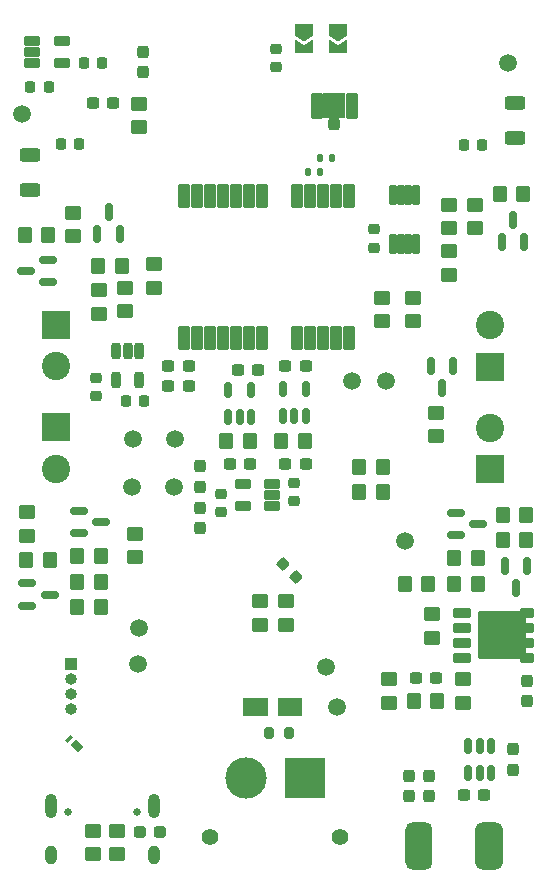
<source format=gbr>
%TF.GenerationSoftware,KiCad,Pcbnew,8.0.4*%
%TF.CreationDate,2024-07-23T16:26:40+02:00*%
%TF.ProjectId,Vertigo Pro PR1,56657274-6967-46f2-9050-726f20505231,DPR1*%
%TF.SameCoordinates,Original*%
%TF.FileFunction,Soldermask,Bot*%
%TF.FilePolarity,Negative*%
%FSLAX46Y46*%
G04 Gerber Fmt 4.6, Leading zero omitted, Abs format (unit mm)*
G04 Created by KiCad (PCBNEW 8.0.4) date 2024-07-23 16:26:40*
%MOMM*%
%LPD*%
G01*
G04 APERTURE LIST*
G04 Aperture macros list*
%AMRoundRect*
0 Rectangle with rounded corners*
0 $1 Rounding radius*
0 $2 $3 $4 $5 $6 $7 $8 $9 X,Y pos of 4 corners*
0 Add a 4 corners polygon primitive as box body*
4,1,4,$2,$3,$4,$5,$6,$7,$8,$9,$2,$3,0*
0 Add four circle primitives for the rounded corners*
1,1,$1+$1,$2,$3*
1,1,$1+$1,$4,$5*
1,1,$1+$1,$6,$7*
1,1,$1+$1,$8,$9*
0 Add four rect primitives between the rounded corners*
20,1,$1+$1,$2,$3,$4,$5,0*
20,1,$1+$1,$4,$5,$6,$7,0*
20,1,$1+$1,$6,$7,$8,$9,0*
20,1,$1+$1,$8,$9,$2,$3,0*%
%AMFreePoly0*
4,1,6,1.000000,0.000000,0.500000,-0.750000,-0.500000,-0.750000,-0.500000,0.750000,0.500000,0.750000,1.000000,0.000000,1.000000,0.000000,$1*%
%AMFreePoly1*
4,1,6,0.500000,-0.750000,-0.650000,-0.750000,-0.150000,0.000000,-0.650000,0.750000,0.500000,0.750000,0.500000,-0.750000,0.500000,-0.750000,$1*%
G04 Aperture macros list end*
%ADD10C,0.000000*%
%ADD11C,1.400000*%
%ADD12C,3.500000*%
%ADD13R,3.500000X3.500000*%
%ADD14R,2.400000X2.400000*%
%ADD15C,2.400000*%
%ADD16C,0.650000*%
%ADD17O,1.000000X2.100000*%
%ADD18O,1.000000X1.600000*%
%ADD19RoundRect,0.237500X-0.300000X-0.237500X0.300000X-0.237500X0.300000X0.237500X-0.300000X0.237500X0*%
%ADD20RoundRect,0.150000X0.150000X-0.512500X0.150000X0.512500X-0.150000X0.512500X-0.150000X-0.512500X0*%
%ADD21RoundRect,0.150000X-0.150000X0.587500X-0.150000X-0.587500X0.150000X-0.587500X0.150000X0.587500X0*%
%ADD22FreePoly0,270.000000*%
%ADD23FreePoly1,270.000000*%
%ADD24RoundRect,0.102000X-1.955000X-1.905000X1.955000X-1.905000X1.955000X1.905000X-1.955000X1.905000X0*%
%ADD25RoundRect,0.102000X-0.635000X-0.305000X0.635000X-0.305000X0.635000X0.305000X-0.635000X0.305000X0*%
%ADD26RoundRect,0.102000X-0.510000X-0.305000X0.510000X-0.305000X0.510000X0.305000X-0.510000X0.305000X0*%
%ADD27RoundRect,0.225000X0.225000X0.250000X-0.225000X0.250000X-0.225000X-0.250000X0.225000X-0.250000X0*%
%ADD28RoundRect,0.250000X0.350000X0.450000X-0.350000X0.450000X-0.350000X-0.450000X0.350000X-0.450000X0*%
%ADD29RoundRect,0.250000X-0.450000X0.350000X-0.450000X-0.350000X0.450000X-0.350000X0.450000X0.350000X0*%
%ADD30RoundRect,0.598250X-0.598250X-1.401750X0.598250X-1.401750X0.598250X1.401750X-0.598250X1.401750X0*%
%ADD31RoundRect,0.571500X-0.571500X-1.428500X0.571500X-1.428500X0.571500X1.428500X-0.571500X1.428500X0*%
%ADD32C,1.500000*%
%ADD33RoundRect,0.198500X0.508500X0.198500X-0.508500X0.198500X-0.508500X-0.198500X0.508500X-0.198500X0*%
%ADD34R,1.500000X1.500000*%
%ADD35FreePoly0,180.000000*%
%ADD36FreePoly0,0.000000*%
%ADD37RoundRect,0.250000X0.450000X-0.350000X0.450000X0.350000X-0.450000X0.350000X-0.450000X-0.350000X0*%
%ADD38RoundRect,0.102000X0.400000X-0.900000X0.400000X0.900000X-0.400000X0.900000X-0.400000X-0.900000X0*%
%ADD39RoundRect,0.250000X-0.350000X-0.450000X0.350000X-0.450000X0.350000X0.450000X-0.350000X0.450000X0*%
%ADD40RoundRect,0.237500X0.287500X0.237500X-0.287500X0.237500X-0.287500X-0.237500X0.287500X-0.237500X0*%
%ADD41RoundRect,0.237500X0.237500X-0.300000X0.237500X0.300000X-0.237500X0.300000X-0.237500X-0.300000X0*%
%ADD42RoundRect,0.150000X-0.587500X-0.150000X0.587500X-0.150000X0.587500X0.150000X-0.587500X0.150000X0*%
%ADD43RoundRect,0.225000X-0.250000X0.225000X-0.250000X-0.225000X0.250000X-0.225000X0.250000X0.225000X0*%
%ADD44RoundRect,0.237500X-0.237500X0.300000X-0.237500X-0.300000X0.237500X-0.300000X0.237500X0.300000X0*%
%ADD45RoundRect,0.225000X-0.225000X-0.250000X0.225000X-0.250000X0.225000X0.250000X-0.225000X0.250000X0*%
%ADD46RoundRect,0.250000X0.625000X-0.312500X0.625000X0.312500X-0.625000X0.312500X-0.625000X-0.312500X0*%
%ADD47RoundRect,0.075000X0.470226X-0.081317X-0.081317X0.470226X-0.470226X0.081317X0.081317X-0.470226X0*%
%ADD48RoundRect,0.075000X0.247487X0.141421X0.141421X0.247487X-0.247487X-0.141421X-0.141421X-0.247487X0*%
%ADD49RoundRect,0.237500X0.300000X0.237500X-0.300000X0.237500X-0.300000X-0.237500X0.300000X-0.237500X0*%
%ADD50RoundRect,0.173500X-0.173500X0.678500X-0.173500X-0.678500X0.173500X-0.678500X0.173500X0.678500X0*%
%ADD51RoundRect,0.173500X0.173500X-0.678500X0.173500X0.678500X-0.173500X0.678500X-0.173500X-0.678500X0*%
%ADD52RoundRect,0.147500X-0.147500X-0.172500X0.147500X-0.172500X0.147500X0.172500X-0.147500X0.172500X0*%
%ADD53RoundRect,0.150000X0.587500X0.150000X-0.587500X0.150000X-0.587500X-0.150000X0.587500X-0.150000X0*%
%ADD54RoundRect,0.225000X0.250000X-0.225000X0.250000X0.225000X-0.250000X0.225000X-0.250000X-0.225000X0*%
%ADD55RoundRect,0.150000X-0.150000X0.512500X-0.150000X-0.512500X0.150000X-0.512500X0.150000X0.512500X0*%
%ADD56RoundRect,0.250000X0.250000X-0.275000X0.250000X0.275000X-0.250000X0.275000X-0.250000X-0.275000X0*%
%ADD57RoundRect,0.250000X0.275000X-0.850000X0.275000X0.850000X-0.275000X0.850000X-0.275000X-0.850000X0*%
%ADD58RoundRect,0.200000X-0.200000X-0.275000X0.200000X-0.275000X0.200000X0.275000X-0.200000X0.275000X0*%
%ADD59RoundRect,0.150000X0.150000X-0.587500X0.150000X0.587500X-0.150000X0.587500X-0.150000X-0.587500X0*%
%ADD60R,1.000000X1.000000*%
%ADD61O,1.000000X1.000000*%
%ADD62RoundRect,0.135000X-0.135000X-0.185000X0.135000X-0.185000X0.135000X0.185000X-0.135000X0.185000X0*%
%ADD63RoundRect,0.225000X0.335876X0.017678X0.017678X0.335876X-0.335876X-0.017678X-0.017678X-0.335876X0*%
%ADD64RoundRect,0.198500X-0.198500X0.508500X-0.198500X-0.508500X0.198500X-0.508500X0.198500X0.508500X0*%
%ADD65RoundRect,0.198500X-0.508500X-0.198500X0.508500X-0.198500X0.508500X0.198500X-0.508500X0.198500X0*%
G04 APERTURE END LIST*
D10*
%TO.C,AE1*%
G36*
X154739999Y-84895000D02*
G01*
X152860001Y-84895000D01*
X152860000Y-82805000D01*
X154740000Y-82805000D01*
X154739999Y-84895000D01*
G37*
%TD*%
D11*
%TO.C,BT3*%
X154300000Y-145750000D03*
X143300000Y-145750000D03*
D12*
X146300000Y-140750000D03*
D13*
X151300000Y-140750000D03*
%TD*%
D14*
%TO.C,J6*%
X167000000Y-105950000D03*
D15*
X167000000Y-102450000D03*
%TD*%
D14*
%TO.C,J7*%
X167000000Y-114650000D03*
D15*
X167000000Y-111150000D03*
%TD*%
D14*
%TO.C,J5*%
X130250000Y-102400000D03*
D15*
X130250000Y-105900000D03*
%TD*%
D16*
%TO.C,J2*%
X131284999Y-143675000D03*
X137064999Y-143675000D03*
D17*
X129854999Y-143145000D03*
D18*
X129854999Y-147325000D03*
D17*
X138494999Y-143145000D03*
D18*
X138494999Y-147325000D03*
%TD*%
D14*
%TO.C,J4*%
X130250000Y-111100000D03*
D15*
X130250000Y-114600000D03*
%TD*%
D19*
%TO.C,C51*%
X149637498Y-114187500D03*
X151362500Y-114187500D03*
%TD*%
D20*
%TO.C,U13*%
X151375000Y-110150000D03*
X150425001Y-110150000D03*
X149475002Y-110150000D03*
X149475002Y-107875000D03*
X151375000Y-107875000D03*
%TD*%
D21*
%TO.C,Q6*%
X161950000Y-105924999D03*
X163850000Y-105924999D03*
X162900000Y-107800000D03*
%TD*%
D22*
%TO.C,JP1*%
X151200000Y-77475000D03*
D23*
X151200000Y-78924998D03*
%TD*%
D24*
%TO.C,Q5*%
X168000000Y-128700000D03*
D25*
X164639999Y-130605000D03*
X164639999Y-129335000D03*
X164639999Y-128065000D03*
X164639999Y-126795000D03*
D26*
X170104999Y-126795000D03*
X170104999Y-128065000D03*
X170104999Y-129335000D03*
X170104999Y-130605000D03*
%TD*%
D27*
%TO.C,C50*%
X132225000Y-87100000D03*
X130675000Y-87100000D03*
%TD*%
%TO.C,C48*%
X134125000Y-80250000D03*
X132575000Y-80250000D03*
%TD*%
D28*
%TO.C,R31*%
X157900000Y-114450000D03*
X155900000Y-114450000D03*
%TD*%
D29*
%TO.C,R28*%
X163500000Y-92250000D03*
X163500000Y-94250000D03*
%TD*%
D28*
%TO.C,R39*%
X170050000Y-118500000D03*
X168050000Y-118500000D03*
%TD*%
D30*
%TO.C,L1*%
X166896500Y-146550000D03*
D31*
X160950000Y-146550000D03*
%TD*%
D32*
%TO.C,NSS*%
X140250000Y-116100000D03*
%TD*%
%TO.C,GND*%
X168500000Y-80200000D03*
%TD*%
D33*
%TO.C,U10*%
X148555000Y-115850000D03*
X148555000Y-116800000D03*
X148555000Y-117750000D03*
X146045000Y-117750000D03*
X146045000Y-115850000D03*
%TD*%
D29*
%TO.C,R29*%
X149700000Y-125800000D03*
X149700000Y-127800000D03*
%TD*%
D34*
%TO.C,SW1*%
X149800000Y-134800000D03*
X147400000Y-134800000D03*
D35*
X150600001Y-134800000D03*
D36*
X146599999Y-134800000D03*
%TD*%
D37*
%TO.C,R5*%
X133400000Y-147225000D03*
X133400000Y-145225000D03*
%TD*%
D38*
%TO.C,U8*%
X141055000Y-91540000D03*
X142155000Y-91540000D03*
X143255000Y-91540000D03*
X144355000Y-91540000D03*
X145455000Y-91540000D03*
X146555000Y-91540000D03*
X147655000Y-91540000D03*
X150655000Y-91540000D03*
X151755000Y-91540000D03*
X152855000Y-91540000D03*
X153955000Y-91540000D03*
X155055000Y-91540000D03*
X155055000Y-103540000D03*
X153955000Y-103540000D03*
X152855000Y-103540000D03*
X151755000Y-103540000D03*
X150655000Y-103540000D03*
X147655000Y-103540000D03*
X146555000Y-103540000D03*
X145455000Y-103540000D03*
X144355000Y-103540000D03*
X143255000Y-103540000D03*
X142155000Y-103540000D03*
X141055000Y-103540000D03*
%TD*%
D28*
%TO.C,R37*%
X165950000Y-124350000D03*
X163950000Y-124350000D03*
%TD*%
D39*
%TO.C,R14*%
X144624999Y-112237500D03*
X146624999Y-112237500D03*
%TD*%
D40*
%TO.C,D3*%
X139074999Y-145350000D03*
X137325001Y-145350000D03*
%TD*%
D19*
%TO.C,C13*%
X164740999Y-142200001D03*
X166466001Y-142200001D03*
%TD*%
D37*
%TO.C,R24*%
X127800000Y-120250000D03*
X127800000Y-118250000D03*
%TD*%
D28*
%TO.C,R19*%
X135800000Y-97400000D03*
X133800000Y-97400000D03*
%TD*%
D41*
%TO.C,C46*%
X142450000Y-119625002D03*
X142450000Y-117900000D03*
%TD*%
D27*
%TO.C,C11*%
X137692500Y-108850000D03*
X136142500Y-108850000D03*
%TD*%
D32*
%TO.C,UART2_RX*%
X137250000Y-128050000D03*
%TD*%
D42*
%TO.C,Q9*%
X164075000Y-120200000D03*
X164075000Y-118300000D03*
X165950001Y-119250000D03*
%TD*%
D29*
%TO.C,R38*%
X163500000Y-96200000D03*
X163500000Y-98200000D03*
%TD*%
D32*
%TO.C,SDA*%
X155300000Y-107200000D03*
%TD*%
D43*
%TO.C,C40*%
X157150000Y-94325000D03*
X157150000Y-95875000D03*
%TD*%
D37*
%TO.C,R10*%
X157800000Y-102100000D03*
X157800000Y-100100000D03*
%TD*%
D27*
%TO.C,C47*%
X129625000Y-82250000D03*
X128075000Y-82250000D03*
%TD*%
D44*
%TO.C,C12*%
X168953500Y-138337500D03*
X168953500Y-140062502D03*
%TD*%
D29*
%TO.C,R26*%
X162400000Y-109850000D03*
X162400000Y-111850000D03*
%TD*%
D45*
%TO.C,C49*%
X164757500Y-87200000D03*
X166307500Y-87200000D03*
%TD*%
D28*
%TO.C,R16*%
X162522499Y-134300000D03*
X160522499Y-134300000D03*
%TD*%
D29*
%TO.C,R21*%
X131700000Y-92900000D03*
X131700000Y-94900000D03*
%TD*%
D46*
%TO.C,R63*%
X169100000Y-86562500D03*
X169100000Y-83637500D03*
%TD*%
D28*
%TO.C,R20*%
X134030000Y-122000000D03*
X132030000Y-122000000D03*
%TD*%
D39*
%TO.C,R23*%
X127600000Y-94800000D03*
X129600000Y-94800000D03*
%TD*%
D32*
%TO.C,ALED_SIG*%
X127350000Y-84600000D03*
%TD*%
D47*
%TO.C,D5*%
X132001525Y-138101525D03*
D48*
X131375736Y-137475736D03*
%TD*%
D49*
%TO.C,C30*%
X141462500Y-107550000D03*
X139737500Y-107550000D03*
%TD*%
D37*
%TO.C,R4*%
X135400000Y-147225000D03*
X135400000Y-145225000D03*
%TD*%
D32*
%TO.C,MISO*%
X136750000Y-112100000D03*
%TD*%
D20*
%TO.C,U4*%
X146724999Y-110187500D03*
X145775000Y-110187500D03*
X144825001Y-110187500D03*
X144825001Y-107912500D03*
X146724999Y-107912500D03*
%TD*%
D50*
%TO.C,U9*%
X158775000Y-91377500D03*
X159425000Y-91377500D03*
X160075000Y-91377500D03*
X160725000Y-91377500D03*
D51*
X160725000Y-95587500D03*
X160075000Y-95587500D03*
X159425000Y-95587500D03*
X158775000Y-95587500D03*
%TD*%
D52*
%TO.C,L2*%
X152615000Y-88250000D03*
X153585000Y-88250000D03*
%TD*%
D37*
%TO.C,R34*%
X158450000Y-134400000D03*
X158450000Y-132400000D03*
%TD*%
D29*
%TO.C,R11*%
X136100000Y-99250000D03*
X136100000Y-101250000D03*
%TD*%
D19*
%TO.C,C24*%
X145637499Y-106250000D03*
X147362501Y-106250000D03*
%TD*%
D32*
%TO.C,UART1_TX*%
X154000000Y-134750000D03*
%TD*%
D43*
%TO.C,C44*%
X144250000Y-116700000D03*
X144250000Y-118250000D03*
%TD*%
D44*
%TO.C,C45*%
X142450000Y-114387499D03*
X142450000Y-116112501D03*
%TD*%
D39*
%TO.C,R13*%
X149299999Y-112262500D03*
X151299999Y-112262500D03*
%TD*%
D49*
%TO.C,C28*%
X162412501Y-132300000D03*
X160687499Y-132300000D03*
%TD*%
D29*
%TO.C,R30*%
X147500000Y-125800000D03*
X147500000Y-127800000D03*
%TD*%
D39*
%TO.C,R36*%
X167800000Y-91300000D03*
X169800000Y-91300000D03*
%TD*%
D53*
%TO.C,Q4*%
X129600000Y-96900000D03*
X129600000Y-98800000D03*
X127724999Y-97850000D03*
%TD*%
D54*
%TO.C,C10*%
X133650000Y-108425000D03*
X133650000Y-106875000D03*
%TD*%
D32*
%TO.C,UART2_TX*%
X137200000Y-131100000D03*
%TD*%
D29*
%TO.C,R9*%
X160500000Y-100100000D03*
X160500000Y-102100000D03*
%TD*%
D54*
%TO.C,C43*%
X150375000Y-117350000D03*
X150375000Y-115800000D03*
%TD*%
D39*
%TO.C,R32*%
X168050000Y-120650000D03*
X170050000Y-120650000D03*
%TD*%
D55*
%TO.C,U2*%
X165153501Y-138062501D03*
X166103500Y-138062501D03*
X167053499Y-138062501D03*
X167053499Y-140337501D03*
X166103500Y-140337501D03*
X165153501Y-140337501D03*
%TD*%
D28*
%TO.C,R43*%
X157900000Y-116600000D03*
X155900000Y-116600000D03*
%TD*%
D19*
%TO.C,C23*%
X144949997Y-114187500D03*
X146674999Y-114187500D03*
%TD*%
D29*
%TO.C,R7*%
X136900000Y-120100000D03*
X136900000Y-122100000D03*
%TD*%
D37*
%TO.C,R8*%
X138500000Y-99300000D03*
X138500000Y-97300000D03*
%TD*%
D21*
%TO.C,Q7*%
X168250000Y-122812500D03*
X170150000Y-122812500D03*
X169200000Y-124687501D03*
%TD*%
D19*
%TO.C,C25*%
X133337499Y-83600000D03*
X135062501Y-83600000D03*
%TD*%
D32*
%TO.C,MOSI*%
X136700000Y-116150000D03*
%TD*%
D56*
%TO.C,AE1*%
X153800000Y-85430000D03*
D57*
X152325000Y-83905000D03*
X155275000Y-83905000D03*
%TD*%
D28*
%TO.C,R35*%
X165940000Y-122160000D03*
X163940000Y-122160000D03*
%TD*%
D37*
%TO.C,R15*%
X162050000Y-128900000D03*
X162050000Y-126900000D03*
%TD*%
D32*
%TO.C,SCK*%
X140350000Y-112050000D03*
%TD*%
D46*
%TO.C,R64*%
X128000000Y-90962500D03*
X128000000Y-88037500D03*
%TD*%
D39*
%TO.C,R6*%
X132025000Y-126300000D03*
X134025000Y-126300000D03*
%TD*%
D28*
%TO.C,R22*%
X134030000Y-124150000D03*
X132030000Y-124150000D03*
%TD*%
D37*
%TO.C,R33*%
X165700000Y-94250000D03*
X165700000Y-92250000D03*
%TD*%
D22*
%TO.C,JP2*%
X154100000Y-77475002D03*
D23*
X154100000Y-78925000D03*
%TD*%
D58*
%TO.C,R1*%
X148275000Y-137000000D03*
X149925000Y-137000000D03*
%TD*%
D59*
%TO.C,Q8*%
X169900000Y-95375001D03*
X168000000Y-95375001D03*
X168950000Y-93500000D03*
%TD*%
D41*
%TO.C,C17*%
X137625000Y-81037501D03*
X137625000Y-79312499D03*
%TD*%
D28*
%TO.C,R27*%
X161775000Y-124350000D03*
X159775000Y-124350000D03*
%TD*%
D60*
%TO.C,J1*%
X131475000Y-131100000D03*
D61*
X131475000Y-132370001D03*
X131475000Y-133640000D03*
X131475000Y-134910000D03*
%TD*%
D41*
%TO.C,C14*%
X161853500Y-142312502D03*
X161853500Y-140587500D03*
%TD*%
D42*
%TO.C,Q3*%
X132162500Y-120050000D03*
X132162500Y-118150000D03*
X134037501Y-119100000D03*
%TD*%
D28*
%TO.C,R18*%
X129700000Y-122300000D03*
X127700000Y-122300000D03*
%TD*%
D62*
%TO.C,R44*%
X151590000Y-89500000D03*
X152610000Y-89500000D03*
%TD*%
D29*
%TO.C,R17*%
X164700000Y-132400000D03*
X164700000Y-134400000D03*
%TD*%
D63*
%TO.C,C2*%
X150548008Y-123748008D03*
X149451992Y-122651992D03*
%TD*%
D32*
%TO.C,3V3 REG*%
X159800000Y-120700000D03*
%TD*%
D29*
%TO.C,R25*%
X133900000Y-99500000D03*
X133900000Y-101500000D03*
%TD*%
D32*
%TO.C,SCL*%
X158200000Y-107200000D03*
%TD*%
D54*
%TO.C,C26*%
X148850000Y-80575000D03*
X148850000Y-79025000D03*
%TD*%
D19*
%TO.C,C52*%
X149637499Y-105900000D03*
X151362501Y-105900000D03*
%TD*%
D49*
%TO.C,C29*%
X141462500Y-105900000D03*
X139737500Y-105900000D03*
%TD*%
D37*
%TO.C,R12*%
X137300000Y-85700000D03*
X137300000Y-83700000D03*
%TD*%
D64*
%TO.C,U5*%
X135350001Y-104595000D03*
X136300000Y-104595000D03*
X137249999Y-104595000D03*
X137249999Y-107105000D03*
X135350001Y-107105000D03*
%TD*%
D42*
%TO.C,Q1*%
X127812500Y-126200000D03*
X127812500Y-124300000D03*
X129687501Y-125250000D03*
%TD*%
D44*
%TO.C,C27*%
X170100000Y-132537499D03*
X170100000Y-134262501D03*
%TD*%
D59*
%TO.C,Q2*%
X135650000Y-94737500D03*
X133750000Y-94737500D03*
X134700000Y-92862499D03*
%TD*%
D41*
%TO.C,C15*%
X160103500Y-142312502D03*
X160103500Y-140587500D03*
%TD*%
D65*
%TO.C,U12*%
X128245000Y-80249999D03*
X128245000Y-79300000D03*
X128245000Y-78350001D03*
X130755000Y-78350001D03*
X130755000Y-80249999D03*
%TD*%
D32*
%TO.C,UART1_RX*%
X153100000Y-131350000D03*
%TD*%
M02*

</source>
